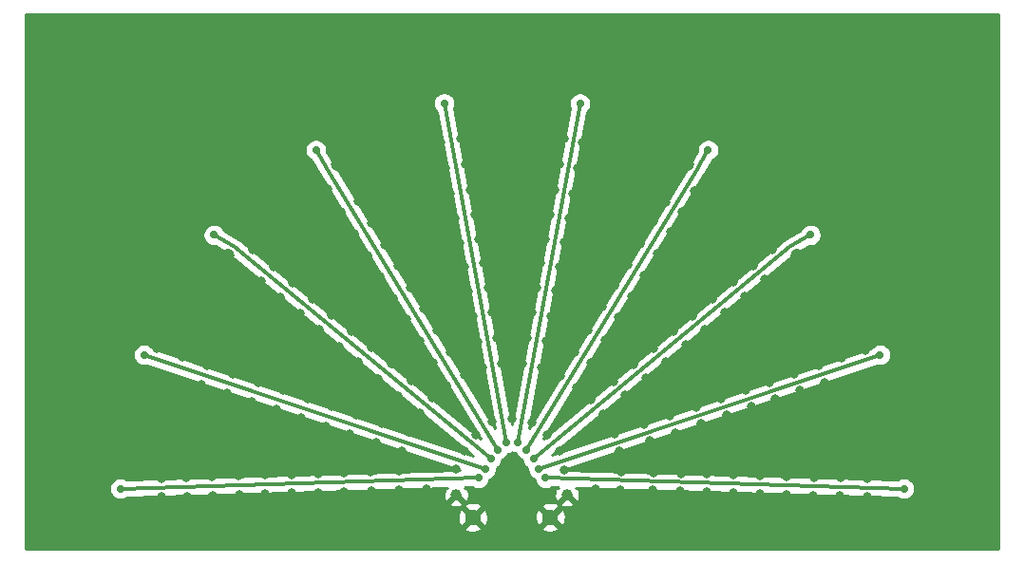
<source format=gbr>
G04 #@! TF.GenerationSoftware,KiCad,Pcbnew,(6.0.0-rc1-dev-305-gf0b8b2136)*
G04 #@! TF.CreationDate,2019-08-12T13:44:36-06:00*
G04 #@! TF.ProjectId,Station05,53746174696F6E30352E6B696361645F,rev?*
G04 #@! TF.SameCoordinates,Original*
G04 #@! TF.FileFunction,Copper,L2,Inr,Signal*
G04 #@! TF.FilePolarity,Positive*
%FSLAX46Y46*%
G04 Gerber Fmt 4.6, Leading zero omitted, Abs format (unit mm)*
G04 Created by KiCad (PCBNEW (6.0.0-rc1-dev-305-gf0b8b2136)) date 08/12/19 13:44:36*
%MOMM*%
%LPD*%
G01*
G04 APERTURE LIST*
G04 #@! TA.AperFunction,ViaPad*
%ADD10C,1.450000*%
G04 #@! TD*
G04 #@! TA.AperFunction,ViaPad*
%ADD11C,1.000000*%
G04 #@! TD*
G04 #@! TA.AperFunction,ViaPad*
%ADD12C,0.800000*%
G04 #@! TD*
G04 #@! TA.AperFunction,ViaPad*
%ADD13C,1.200000*%
G04 #@! TD*
G04 #@! TA.AperFunction,ViaPad*
%ADD14C,0.711200*%
G04 #@! TD*
G04 #@! TA.AperFunction,Conductor*
%ADD15C,0.304800*%
G04 #@! TD*
G04 #@! TA.AperFunction,Conductor*
%ADD16C,0.254000*%
G04 #@! TD*
G04 APERTURE END LIST*
D10*
G04 #@! TO.N,GND*
G04 #@! TO.C,U11*
X136500000Y-102490000D03*
X143420000Y-102490000D03*
D11*
X135025000Y-100490000D03*
X144895000Y-100490000D03*
G04 #@! TD*
D12*
G04 #@! TO.N,GND*
X132371500Y-97873160D03*
X133591500Y-95383160D03*
X135261500Y-93293160D03*
X123571500Y-73253160D03*
X137441500Y-91763160D03*
X147301500Y-97873160D03*
X146461500Y-95363160D03*
X144191500Y-96613160D03*
X135431500Y-68763160D03*
X135844376Y-71023160D03*
X136260906Y-73303160D03*
X136666475Y-75523160D03*
X137061082Y-77683160D03*
X137457516Y-79853160D03*
X137852123Y-82013160D03*
X138257692Y-84233160D03*
X139991500Y-91223160D03*
X138672395Y-86503160D03*
X139098059Y-88833160D03*
X139987751Y-93703160D03*
X143776351Y-73303160D03*
X143365920Y-75513160D03*
X144191639Y-71023160D03*
X144619500Y-68763160D03*
X140892186Y-88833160D03*
X141324904Y-86503160D03*
X141746479Y-84233160D03*
X142158767Y-82013160D03*
X142559913Y-79853160D03*
X142962916Y-77683160D03*
X146291500Y-69053160D03*
X145874287Y-71323160D03*
X145449721Y-73633160D03*
X145045373Y-75833160D03*
X144653890Y-77963160D03*
X144251380Y-80153160D03*
X143859898Y-82283160D03*
X143440847Y-84563160D03*
X143032824Y-86783160D03*
X142595394Y-89163160D03*
X141761500Y-94033160D03*
X144339420Y-89883160D03*
X145606899Y-87783160D03*
X146795915Y-85813160D03*
X148045287Y-83743160D03*
X149155840Y-81903160D03*
X150296571Y-80013160D03*
X151437302Y-78123160D03*
X152632354Y-76143160D03*
X153700658Y-74373160D03*
X142611500Y-91783160D03*
X155171500Y-75223160D03*
X154097144Y-77013160D03*
X152908750Y-78993160D03*
X151750365Y-80923160D03*
X150627992Y-82793160D03*
X149505619Y-84663160D03*
X148281212Y-86703160D03*
X147062807Y-88733160D03*
X145772378Y-90883160D03*
X147041500Y-92048506D03*
X149021500Y-90410498D03*
X150841500Y-88904854D03*
X152651500Y-87407482D03*
X154411500Y-85951473D03*
X156121500Y-84536828D03*
X157871500Y-83033160D03*
X159681500Y-81513160D03*
X161491500Y-80053160D03*
X163201500Y-78643160D03*
X144711500Y-93413160D03*
X143161500Y-95163160D03*
X156281500Y-73433160D03*
D13*
X124375937Y-70991070D03*
X106091874Y-102660000D03*
X100771874Y-102660000D03*
X106091874Y-97340000D03*
X100771874Y-97340000D03*
X102977200Y-90152960D03*
X108297200Y-90152960D03*
X108297200Y-84832960D03*
X102977200Y-84832960D03*
X114647190Y-79154460D03*
X119055937Y-70991070D03*
X124375937Y-65671070D03*
X119055937Y-65671070D03*
X109327190Y-79154460D03*
X114647190Y-73834460D03*
X109327190Y-73834460D03*
X130990010Y-66647430D03*
X136310010Y-66647430D03*
X136310010Y-61327430D03*
X130990010Y-61327430D03*
X143689990Y-66647430D03*
X149009990Y-66647430D03*
X149009990Y-61327430D03*
X143689990Y-61327430D03*
X155624063Y-70991070D03*
X160944063Y-70991070D03*
X160944063Y-65671070D03*
X155624063Y-65671070D03*
X165352810Y-79154460D03*
X170672810Y-79154460D03*
X170672810Y-73834460D03*
X165352810Y-73834460D03*
X171702800Y-90152960D03*
X177022800Y-90152960D03*
X177022800Y-84832960D03*
X171702800Y-84832960D03*
X173908126Y-102660000D03*
X179228126Y-102660000D03*
X173908126Y-97340000D03*
X179228126Y-97340000D03*
D12*
X162551500Y-81293160D03*
X160771500Y-82766914D03*
X158961500Y-84265505D03*
X157191500Y-85730978D03*
X155481500Y-87146774D03*
X153721500Y-88603969D03*
X151941500Y-90077722D03*
X150111500Y-91592874D03*
X148081500Y-93273616D03*
X149111500Y-95104947D03*
X151781500Y-94209291D03*
X154041500Y-93451170D03*
X156381500Y-92666213D03*
X158641500Y-91908091D03*
X160851500Y-91166742D03*
X162971500Y-90455583D03*
X165181500Y-89714234D03*
X167341500Y-88989657D03*
X169411500Y-88295271D03*
X171481500Y-87600885D03*
X167831500Y-90483160D03*
X165651500Y-91206511D03*
X163421500Y-91946452D03*
X161321500Y-92643259D03*
X159111500Y-93393160D03*
X156881500Y-94163160D03*
X154531500Y-94943160D03*
X152261500Y-95683160D03*
X149591500Y-96603160D03*
X144691500Y-98273160D03*
X149691500Y-98442859D03*
X152621500Y-98526724D03*
X155041500Y-98595992D03*
X157391500Y-98663256D03*
X159751500Y-98730807D03*
X162131500Y-98798930D03*
X164461500Y-98865622D03*
X166901500Y-98935463D03*
X169291500Y-99003873D03*
X171681500Y-99072283D03*
X171641500Y-100683160D03*
X169221500Y-100608813D03*
X166861500Y-100536309D03*
X164431500Y-100461654D03*
X162111500Y-100390380D03*
X159711500Y-100316648D03*
X157371500Y-100244759D03*
X155001500Y-100171947D03*
X152561500Y-100096985D03*
X149661500Y-100027277D03*
X147481500Y-99960303D03*
X133681500Y-69103160D03*
X134519466Y-73643160D03*
X134931066Y-75873160D03*
X134096792Y-71353160D03*
X135326055Y-78013160D03*
X135726580Y-80183160D03*
X136128951Y-82363160D03*
X136538706Y-84583160D03*
X136955843Y-86843160D03*
X137384056Y-89163160D03*
X138221500Y-94003160D03*
X135726467Y-89793160D03*
X134506542Y-87793160D03*
X133311015Y-85833160D03*
X132109389Y-83863160D03*
X130968759Y-81993160D03*
X129809829Y-80093160D03*
X128650899Y-78193160D03*
X127485871Y-76283160D03*
X126290345Y-74323160D03*
X124761500Y-75263160D03*
X125959150Y-77233160D03*
X127102084Y-79113160D03*
X128251098Y-81003160D03*
X129418350Y-82923160D03*
X130555205Y-84793160D03*
X131758934Y-86773160D03*
X132950505Y-88733160D03*
X134166392Y-90733160D03*
X136811500Y-95123160D03*
X132861500Y-91852187D03*
X131021500Y-90328493D03*
X129221500Y-88837923D03*
X127421500Y-87347353D03*
X125691500Y-85914750D03*
X123921500Y-84449023D03*
X122201500Y-83024701D03*
X120471500Y-81592098D03*
X118701500Y-80126372D03*
X116861500Y-78602679D03*
X117611500Y-81463160D03*
X119361500Y-82916350D03*
X121081500Y-84344627D03*
X122821500Y-85789512D03*
X124571500Y-87242703D03*
X126281500Y-88662677D03*
X128091500Y-90165691D03*
X129871500Y-91643792D03*
X131751500Y-93204934D03*
X135791500Y-96559727D03*
X130741500Y-94886066D03*
X128381500Y-94103920D03*
X126101500Y-93348286D03*
X123911500Y-92622480D03*
X121771500Y-91913244D03*
X119591500Y-91190752D03*
X115141500Y-89715941D03*
X112831500Y-88950366D03*
X110581500Y-88204675D03*
X108341500Y-87462298D03*
X117381500Y-90458318D03*
X112271500Y-90643160D03*
X114571500Y-91411417D03*
X116781500Y-92149612D03*
X118991500Y-92887807D03*
X121231500Y-93636022D03*
X123401500Y-94360856D03*
X125531500Y-95072330D03*
X127851500Y-95847267D03*
X130191500Y-96628885D03*
X108711500Y-99008860D03*
X135011500Y-98238885D03*
X117971500Y-98737759D03*
X113281500Y-98875066D03*
X115611500Y-98806852D03*
X110951500Y-98943280D03*
X120321500Y-98668960D03*
X122681500Y-98599867D03*
X124991500Y-98532238D03*
X127411500Y-98461389D03*
X129931500Y-98387611D03*
X108771500Y-100693160D03*
X111001500Y-100626891D03*
X113311500Y-100558245D03*
X115661500Y-100488410D03*
X118021500Y-100418278D03*
X120391500Y-100347849D03*
X125021500Y-100210258D03*
X127441500Y-100138343D03*
X129941500Y-100064050D03*
X132391500Y-99991243D03*
X122731500Y-100278310D03*
D14*
G04 #@! TO.N,Net-(U1-Pad1)*
X137000000Y-99000000D03*
X105081500Y-99950857D03*
G04 #@! TO.N,Net-(U11-Pad4)*
X137642600Y-98216720D03*
X107201500Y-88017095D03*
G04 #@! TO.N,Net-(U11-Pad6)*
X138100000Y-97300000D03*
X113421500Y-77327554D03*
G04 #@! TO.N,Net-(U11-Pad8)*
X138700000Y-96500000D03*
X122529321Y-69753160D03*
G04 #@! TO.N,Net-(U11-Pad10)*
X139500000Y-95864680D03*
X133944687Y-65593160D03*
G04 #@! TO.N,Net-(U11-Pad12)*
X140500000Y-95851980D03*
X146053360Y-65603160D03*
G04 #@! TO.N,Net-(U11-Pad14)*
X141300000Y-96500000D03*
X157458830Y-69753160D03*
G04 #@! TO.N,Net-(U11-Pad16)*
X141900000Y-97300000D03*
X166591500Y-77317344D03*
G04 #@! TO.N,Net-(U11-Pad18)*
X142346680Y-98183700D03*
X172801500Y-88014305D03*
G04 #@! TO.N,Net-(U10-Pad1)*
X143000000Y-99000000D03*
X174941500Y-99954737D03*
G04 #@! TD*
D15*
G04 #@! TO.N,Net-(U1-Pad1)*
X105081500Y-99950857D02*
X137000000Y-99000000D01*
G04 #@! TO.N,Net-(U11-Pad4)*
X107201500Y-88017095D02*
X137642600Y-98216720D01*
G04 #@! TO.N,Net-(U11-Pad6)*
X115253196Y-78391464D02*
X138100000Y-97300000D01*
X113421500Y-77327554D02*
X115253196Y-78391464D01*
G04 #@! TO.N,Net-(U11-Pad8)*
X123545263Y-71529398D02*
X138700000Y-96500000D01*
X122529321Y-69753160D02*
X123545263Y-71529398D01*
G04 #@! TO.N,Net-(U11-Pad10)*
X133944687Y-65593160D02*
X139500000Y-95864680D01*
G04 #@! TO.N,Net-(U11-Pad12)*
X146053360Y-65603160D02*
X140500000Y-95851980D01*
G04 #@! TO.N,Net-(U11-Pad14)*
X156391238Y-71592897D02*
X141300000Y-96500000D01*
X157458830Y-69753160D02*
X156391238Y-71592897D01*
G04 #@! TO.N,Net-(U11-Pad16)*
X164681500Y-78423160D02*
X141900000Y-97300000D01*
X166591500Y-77317344D02*
X164681500Y-78423160D01*
G04 #@! TO.N,Net-(U11-Pad18)*
X172801500Y-88014305D02*
X142346680Y-98183700D01*
G04 #@! TO.N,Net-(U10-Pad1)*
X143000000Y-99000000D02*
X174941500Y-99954737D01*
G04 #@! TD*
D16*
G04 #@! TO.N,GND*
G36*
X183340000Y-105343160D02*
X96660000Y-105343160D01*
X96660000Y-103429133D01*
X135740472Y-103429133D01*
X135802965Y-103665450D01*
X136045678Y-103778850D01*
X136305849Y-103842719D01*
X136573482Y-103854604D01*
X136838291Y-103814048D01*
X137090100Y-103722609D01*
X137197035Y-103665450D01*
X137259528Y-103429133D01*
X142660472Y-103429133D01*
X142722965Y-103665450D01*
X142965678Y-103778850D01*
X143225849Y-103842719D01*
X143493482Y-103854604D01*
X143758291Y-103814048D01*
X144010100Y-103722609D01*
X144117035Y-103665450D01*
X144179528Y-103429133D01*
X143420000Y-102669605D01*
X142660472Y-103429133D01*
X137259528Y-103429133D01*
X136500000Y-102669605D01*
X135740472Y-103429133D01*
X96660000Y-103429133D01*
X96660000Y-102563482D01*
X135135396Y-102563482D01*
X135175952Y-102828291D01*
X135267391Y-103080100D01*
X135324550Y-103187035D01*
X135560867Y-103249528D01*
X136320395Y-102490000D01*
X136679605Y-102490000D01*
X137439133Y-103249528D01*
X137675450Y-103187035D01*
X137788850Y-102944322D01*
X137852719Y-102684151D01*
X137858077Y-102563482D01*
X142055396Y-102563482D01*
X142095952Y-102828291D01*
X142187391Y-103080100D01*
X142244550Y-103187035D01*
X142480867Y-103249528D01*
X143240395Y-102490000D01*
X143599605Y-102490000D01*
X144359133Y-103249528D01*
X144595450Y-103187035D01*
X144708850Y-102944322D01*
X144772719Y-102684151D01*
X144784604Y-102416518D01*
X144744048Y-102151709D01*
X144652609Y-101899900D01*
X144595450Y-101792965D01*
X144359133Y-101730472D01*
X143599605Y-102490000D01*
X143240395Y-102490000D01*
X142480867Y-101730472D01*
X142244550Y-101792965D01*
X142131150Y-102035678D01*
X142067281Y-102295849D01*
X142055396Y-102563482D01*
X137858077Y-102563482D01*
X137864604Y-102416518D01*
X137824048Y-102151709D01*
X137732609Y-101899900D01*
X137675450Y-101792965D01*
X137439133Y-101730472D01*
X136679605Y-102490000D01*
X136320395Y-102490000D01*
X135560867Y-101730472D01*
X135324550Y-101792965D01*
X135211150Y-102035678D01*
X135147281Y-102295849D01*
X135135396Y-102563482D01*
X96660000Y-102563482D01*
X96660000Y-101268166D01*
X134426439Y-101268166D01*
X134461550Y-101481588D01*
X134665826Y-101572458D01*
X134883905Y-101621731D01*
X135107406Y-101627511D01*
X135327740Y-101589577D01*
X135428485Y-101550867D01*
X135740472Y-101550867D01*
X136500000Y-102310395D01*
X137259528Y-101550867D01*
X142660472Y-101550867D01*
X143420000Y-102310395D01*
X144179528Y-101550867D01*
X144117035Y-101314550D01*
X144017759Y-101268166D01*
X144296439Y-101268166D01*
X144331550Y-101481588D01*
X144535826Y-101572458D01*
X144753905Y-101621731D01*
X144977406Y-101627511D01*
X145197740Y-101589577D01*
X145406440Y-101509387D01*
X145458450Y-101481588D01*
X145493561Y-101268166D01*
X144895000Y-100669605D01*
X144296439Y-101268166D01*
X144017759Y-101268166D01*
X143874322Y-101201150D01*
X143614151Y-101137281D01*
X143346518Y-101125396D01*
X143081709Y-101165952D01*
X142829900Y-101257391D01*
X142722965Y-101314550D01*
X142660472Y-101550867D01*
X137259528Y-101550867D01*
X137197035Y-101314550D01*
X136954322Y-101201150D01*
X136694151Y-101137281D01*
X136426518Y-101125396D01*
X136161709Y-101165952D01*
X135909900Y-101257391D01*
X135802965Y-101314550D01*
X135740472Y-101550867D01*
X135428485Y-101550867D01*
X135536440Y-101509387D01*
X135588450Y-101481588D01*
X135623561Y-101268166D01*
X135025000Y-100669605D01*
X134426439Y-101268166D01*
X96660000Y-101268166D01*
X96660000Y-99853291D01*
X104090900Y-99853291D01*
X104090900Y-100048423D01*
X104128968Y-100239804D01*
X104203642Y-100420082D01*
X104312051Y-100582328D01*
X104450029Y-100720306D01*
X104612275Y-100828715D01*
X104792553Y-100903389D01*
X104983934Y-100941457D01*
X105179066Y-100941457D01*
X105370447Y-100903389D01*
X105550725Y-100828715D01*
X105712971Y-100720306D01*
X105713498Y-100719779D01*
X134225786Y-99870394D01*
X134246831Y-99891439D01*
X134033412Y-99926550D01*
X133942542Y-100130826D01*
X133893269Y-100348905D01*
X133887489Y-100572406D01*
X133925423Y-100792740D01*
X134005613Y-101001440D01*
X134033412Y-101053450D01*
X134246834Y-101088561D01*
X134845395Y-100490000D01*
X134831253Y-100475858D01*
X135010858Y-100296253D01*
X135025000Y-100310395D01*
X135039143Y-100296253D01*
X135218748Y-100475858D01*
X135204605Y-100490000D01*
X135803166Y-101088561D01*
X136016588Y-101053450D01*
X136107458Y-100849174D01*
X136156731Y-100631095D01*
X136162511Y-100407594D01*
X136124577Y-100187260D01*
X136044387Y-99978560D01*
X136016588Y-99926550D01*
X135803169Y-99891439D01*
X135873293Y-99821315D01*
X136421701Y-99804978D01*
X136530775Y-99877858D01*
X136711053Y-99952532D01*
X136902434Y-99990600D01*
X137097566Y-99990600D01*
X137288947Y-99952532D01*
X137469225Y-99877858D01*
X137631471Y-99769449D01*
X137769449Y-99631471D01*
X137877858Y-99469225D01*
X137952532Y-99288947D01*
X137980363Y-99149032D01*
X138111825Y-99094578D01*
X138274071Y-98986169D01*
X138412049Y-98848191D01*
X138520458Y-98685945D01*
X138595132Y-98505667D01*
X138633200Y-98314286D01*
X138633200Y-98135111D01*
X138731471Y-98069449D01*
X138869449Y-97931471D01*
X138977858Y-97769225D01*
X139052532Y-97588947D01*
X139087812Y-97411580D01*
X139169225Y-97377858D01*
X139331471Y-97269449D01*
X139469449Y-97131471D01*
X139577858Y-96969225D01*
X139627524Y-96849321D01*
X139788947Y-96817212D01*
X139969225Y-96742538D01*
X140009503Y-96715625D01*
X140030775Y-96729838D01*
X140211053Y-96804512D01*
X140366743Y-96835481D01*
X140422142Y-96969225D01*
X140530551Y-97131471D01*
X140668529Y-97269449D01*
X140830775Y-97377858D01*
X140912188Y-97411580D01*
X140947468Y-97588947D01*
X141022142Y-97769225D01*
X141130551Y-97931471D01*
X141268529Y-98069449D01*
X141356080Y-98127949D01*
X141356080Y-98281266D01*
X141394148Y-98472647D01*
X141468822Y-98652925D01*
X141577231Y-98815171D01*
X141715209Y-98953149D01*
X141877455Y-99061558D01*
X142013442Y-99117886D01*
X142047468Y-99288947D01*
X142122142Y-99469225D01*
X142230551Y-99631471D01*
X142368529Y-99769449D01*
X142530775Y-99877858D01*
X142711053Y-99952532D01*
X142902434Y-99990600D01*
X143097566Y-99990600D01*
X143288947Y-99952532D01*
X143469225Y-99877858D01*
X143578213Y-99805034D01*
X144044359Y-99818967D01*
X144116831Y-99891439D01*
X143903412Y-99926550D01*
X143812542Y-100130826D01*
X143763269Y-100348905D01*
X143757489Y-100572406D01*
X143795423Y-100792740D01*
X143875613Y-101001440D01*
X143903412Y-101053450D01*
X144116834Y-101088561D01*
X144715395Y-100490000D01*
X144701253Y-100475858D01*
X144880858Y-100296253D01*
X144895000Y-100310395D01*
X144909143Y-100296253D01*
X145088748Y-100475858D01*
X145074605Y-100490000D01*
X145673166Y-101088561D01*
X145886588Y-101053450D01*
X145977458Y-100849174D01*
X146026731Y-100631095D01*
X146032511Y-100407594D01*
X145994577Y-100187260D01*
X145914387Y-99978560D01*
X145886588Y-99926550D01*
X145673169Y-99891439D01*
X145696265Y-99868343D01*
X174309438Y-100723595D01*
X174310029Y-100724186D01*
X174472275Y-100832595D01*
X174652553Y-100907269D01*
X174843934Y-100945337D01*
X175039066Y-100945337D01*
X175230447Y-100907269D01*
X175410725Y-100832595D01*
X175572971Y-100724186D01*
X175710949Y-100586208D01*
X175819358Y-100423962D01*
X175894032Y-100243684D01*
X175932100Y-100052303D01*
X175932100Y-99857171D01*
X175894032Y-99665790D01*
X175819358Y-99485512D01*
X175710949Y-99323266D01*
X175572971Y-99185288D01*
X175410725Y-99076879D01*
X175230447Y-99002205D01*
X175039066Y-98964137D01*
X174843934Y-98964137D01*
X174652553Y-99002205D01*
X174472275Y-99076879D01*
X174363288Y-99149702D01*
X144603688Y-98260184D01*
X172477921Y-88952492D01*
X172512553Y-88966837D01*
X172703934Y-89004905D01*
X172899066Y-89004905D01*
X173090447Y-88966837D01*
X173270725Y-88892163D01*
X173432971Y-88783754D01*
X173570949Y-88645776D01*
X173679358Y-88483530D01*
X173754032Y-88303252D01*
X173792100Y-88111871D01*
X173792100Y-87916739D01*
X173754032Y-87725358D01*
X173679358Y-87545080D01*
X173570949Y-87382834D01*
X173432971Y-87244856D01*
X173270725Y-87136447D01*
X173090447Y-87061773D01*
X172899066Y-87023705D01*
X172703934Y-87023705D01*
X172512553Y-87061773D01*
X172332275Y-87136447D01*
X172170029Y-87244856D01*
X172032051Y-87382834D01*
X171981938Y-87457833D01*
X143557347Y-96949300D01*
X165133104Y-79071544D01*
X166462737Y-78301739D01*
X166493934Y-78307944D01*
X166689066Y-78307944D01*
X166880447Y-78269876D01*
X167060725Y-78195202D01*
X167222971Y-78086793D01*
X167360949Y-77948815D01*
X167469358Y-77786569D01*
X167544032Y-77606291D01*
X167582100Y-77414910D01*
X167582100Y-77219778D01*
X167544032Y-77028397D01*
X167469358Y-76848119D01*
X167360949Y-76685873D01*
X167222971Y-76547895D01*
X167060725Y-76439486D01*
X166880447Y-76364812D01*
X166689066Y-76326744D01*
X166493934Y-76326744D01*
X166302553Y-76364812D01*
X166122275Y-76439486D01*
X165960029Y-76547895D01*
X165822051Y-76685873D01*
X165713642Y-76848119D01*
X165676794Y-76937078D01*
X164330437Y-77716567D01*
X164305238Y-77727144D01*
X164263477Y-77755334D01*
X164253509Y-77761105D01*
X164231440Y-77776960D01*
X164208891Y-77792181D01*
X164200012Y-77799539D01*
X164159103Y-77828928D01*
X164140451Y-77848891D01*
X142814794Y-95519414D01*
X157048503Y-72027607D01*
X157052865Y-72021549D01*
X157068522Y-71994567D01*
X157084708Y-71967854D01*
X157087936Y-71961113D01*
X157838183Y-70668244D01*
X157928055Y-70631018D01*
X158090301Y-70522609D01*
X158228279Y-70384631D01*
X158336688Y-70222385D01*
X158411362Y-70042107D01*
X158449430Y-69850726D01*
X158449430Y-69655594D01*
X158411362Y-69464213D01*
X158336688Y-69283935D01*
X158228279Y-69121689D01*
X158090301Y-68983711D01*
X157928055Y-68875302D01*
X157747777Y-68800628D01*
X157556396Y-68762560D01*
X157361264Y-68762560D01*
X157169883Y-68800628D01*
X156989605Y-68875302D01*
X156827359Y-68983711D01*
X156689381Y-69121689D01*
X156580972Y-69283935D01*
X156506298Y-69464213D01*
X156468230Y-69655594D01*
X156468230Y-69850726D01*
X156474257Y-69881026D01*
X155713976Y-71191188D01*
X141530346Y-94600346D01*
X146718913Y-66338527D01*
X146822809Y-66234631D01*
X146931218Y-66072385D01*
X147005892Y-65892107D01*
X147043960Y-65700726D01*
X147043960Y-65505594D01*
X147005892Y-65314213D01*
X146931218Y-65133935D01*
X146822809Y-64971689D01*
X146684831Y-64833711D01*
X146522585Y-64725302D01*
X146342307Y-64650628D01*
X146150926Y-64612560D01*
X145955794Y-64612560D01*
X145764413Y-64650628D01*
X145584135Y-64725302D01*
X145421889Y-64833711D01*
X145283911Y-64971689D01*
X145175502Y-65133935D01*
X145100828Y-65314213D01*
X145062760Y-65505594D01*
X145062760Y-65700726D01*
X145100828Y-65892107D01*
X145169372Y-66057586D01*
X139998890Y-94220903D01*
X134828644Y-66047660D01*
X134897219Y-65882107D01*
X134935287Y-65690726D01*
X134935287Y-65495594D01*
X134897219Y-65304213D01*
X134822545Y-65123935D01*
X134714136Y-64961689D01*
X134576158Y-64823711D01*
X134413912Y-64715302D01*
X134233634Y-64640628D01*
X134042253Y-64602560D01*
X133847121Y-64602560D01*
X133655740Y-64640628D01*
X133475462Y-64715302D01*
X133313216Y-64823711D01*
X133175238Y-64961689D01*
X133066829Y-65123935D01*
X132992155Y-65304213D01*
X132954087Y-65495594D01*
X132954087Y-65690726D01*
X132992155Y-65882107D01*
X133066829Y-66062385D01*
X133175238Y-66224631D01*
X133279080Y-66328473D01*
X138467105Y-94598607D01*
X124223711Y-71129633D01*
X123512774Y-69886658D01*
X123519921Y-69850726D01*
X123519921Y-69655594D01*
X123481853Y-69464213D01*
X123407179Y-69283935D01*
X123298770Y-69121689D01*
X123160792Y-68983711D01*
X122998546Y-68875302D01*
X122818268Y-68800628D01*
X122626887Y-68762560D01*
X122431755Y-68762560D01*
X122240374Y-68800628D01*
X122060096Y-68875302D01*
X121897850Y-68983711D01*
X121759872Y-69121689D01*
X121651463Y-69283935D01*
X121576789Y-69464213D01*
X121538721Y-69655594D01*
X121538721Y-69850726D01*
X121576789Y-70042107D01*
X121651463Y-70222385D01*
X121759872Y-70384631D01*
X121897850Y-70522609D01*
X122060096Y-70631018D01*
X122144267Y-70665883D01*
X122847652Y-71895657D01*
X122852068Y-71904862D01*
X122866814Y-71929159D01*
X122880966Y-71953902D01*
X122886896Y-71962249D01*
X137184101Y-95519889D01*
X115794519Y-77817384D01*
X115776425Y-77797964D01*
X115734912Y-77768052D01*
X115725437Y-77760210D01*
X115703563Y-77745463D01*
X115682114Y-77730008D01*
X115671457Y-77723818D01*
X115629051Y-77695229D01*
X115604582Y-77684975D01*
X114336737Y-76948569D01*
X114299358Y-76858329D01*
X114190949Y-76696083D01*
X114052971Y-76558105D01*
X113890725Y-76449696D01*
X113710447Y-76375022D01*
X113519066Y-76336954D01*
X113323934Y-76336954D01*
X113132553Y-76375022D01*
X112952275Y-76449696D01*
X112790029Y-76558105D01*
X112652051Y-76696083D01*
X112543642Y-76858329D01*
X112468968Y-77038607D01*
X112430900Y-77229988D01*
X112430900Y-77425120D01*
X112468968Y-77616501D01*
X112543642Y-77796779D01*
X112652051Y-77959025D01*
X112790029Y-78097003D01*
X112952275Y-78205412D01*
X113132553Y-78280086D01*
X113323934Y-78318154D01*
X113519066Y-78318154D01*
X113549006Y-78312199D01*
X114801369Y-79039613D01*
X136511288Y-97007238D01*
X108021623Y-87461464D01*
X107970949Y-87385624D01*
X107832971Y-87247646D01*
X107670725Y-87139237D01*
X107490447Y-87064563D01*
X107299066Y-87026495D01*
X107103934Y-87026495D01*
X106912553Y-87064563D01*
X106732275Y-87139237D01*
X106570029Y-87247646D01*
X106432051Y-87385624D01*
X106323642Y-87547870D01*
X106248968Y-87728148D01*
X106210900Y-87919529D01*
X106210900Y-88114661D01*
X106248968Y-88306042D01*
X106323642Y-88486320D01*
X106432051Y-88648566D01*
X106570029Y-88786544D01*
X106732275Y-88894953D01*
X106912553Y-88969627D01*
X107103934Y-89007695D01*
X107299066Y-89007695D01*
X107490447Y-88969627D01*
X107524206Y-88955644D01*
X135301824Y-98262840D01*
X105659800Y-99145880D01*
X105550725Y-99072999D01*
X105370447Y-98998325D01*
X105179066Y-98960257D01*
X104983934Y-98960257D01*
X104792553Y-98998325D01*
X104612275Y-99072999D01*
X104450029Y-99181408D01*
X104312051Y-99319386D01*
X104203642Y-99481632D01*
X104128968Y-99661910D01*
X104090900Y-99853291D01*
X96660000Y-99853291D01*
X96660000Y-57663160D01*
X183340001Y-57663160D01*
X183340000Y-105343160D01*
X183340000Y-105343160D01*
G37*
X183340000Y-105343160D02*
X96660000Y-105343160D01*
X96660000Y-103429133D01*
X135740472Y-103429133D01*
X135802965Y-103665450D01*
X136045678Y-103778850D01*
X136305849Y-103842719D01*
X136573482Y-103854604D01*
X136838291Y-103814048D01*
X137090100Y-103722609D01*
X137197035Y-103665450D01*
X137259528Y-103429133D01*
X142660472Y-103429133D01*
X142722965Y-103665450D01*
X142965678Y-103778850D01*
X143225849Y-103842719D01*
X143493482Y-103854604D01*
X143758291Y-103814048D01*
X144010100Y-103722609D01*
X144117035Y-103665450D01*
X144179528Y-103429133D01*
X143420000Y-102669605D01*
X142660472Y-103429133D01*
X137259528Y-103429133D01*
X136500000Y-102669605D01*
X135740472Y-103429133D01*
X96660000Y-103429133D01*
X96660000Y-102563482D01*
X135135396Y-102563482D01*
X135175952Y-102828291D01*
X135267391Y-103080100D01*
X135324550Y-103187035D01*
X135560867Y-103249528D01*
X136320395Y-102490000D01*
X136679605Y-102490000D01*
X137439133Y-103249528D01*
X137675450Y-103187035D01*
X137788850Y-102944322D01*
X137852719Y-102684151D01*
X137858077Y-102563482D01*
X142055396Y-102563482D01*
X142095952Y-102828291D01*
X142187391Y-103080100D01*
X142244550Y-103187035D01*
X142480867Y-103249528D01*
X143240395Y-102490000D01*
X143599605Y-102490000D01*
X144359133Y-103249528D01*
X144595450Y-103187035D01*
X144708850Y-102944322D01*
X144772719Y-102684151D01*
X144784604Y-102416518D01*
X144744048Y-102151709D01*
X144652609Y-101899900D01*
X144595450Y-101792965D01*
X144359133Y-101730472D01*
X143599605Y-102490000D01*
X143240395Y-102490000D01*
X142480867Y-101730472D01*
X142244550Y-101792965D01*
X142131150Y-102035678D01*
X142067281Y-102295849D01*
X142055396Y-102563482D01*
X137858077Y-102563482D01*
X137864604Y-102416518D01*
X137824048Y-102151709D01*
X137732609Y-101899900D01*
X137675450Y-101792965D01*
X137439133Y-101730472D01*
X136679605Y-102490000D01*
X136320395Y-102490000D01*
X135560867Y-101730472D01*
X135324550Y-101792965D01*
X135211150Y-102035678D01*
X135147281Y-102295849D01*
X135135396Y-102563482D01*
X96660000Y-102563482D01*
X96660000Y-101268166D01*
X134426439Y-101268166D01*
X134461550Y-101481588D01*
X134665826Y-101572458D01*
X134883905Y-101621731D01*
X135107406Y-101627511D01*
X135327740Y-101589577D01*
X135428485Y-101550867D01*
X135740472Y-101550867D01*
X136500000Y-102310395D01*
X137259528Y-101550867D01*
X142660472Y-101550867D01*
X143420000Y-102310395D01*
X144179528Y-101550867D01*
X144117035Y-101314550D01*
X144017759Y-101268166D01*
X144296439Y-101268166D01*
X144331550Y-101481588D01*
X144535826Y-101572458D01*
X144753905Y-101621731D01*
X144977406Y-101627511D01*
X145197740Y-101589577D01*
X145406440Y-101509387D01*
X145458450Y-101481588D01*
X145493561Y-101268166D01*
X144895000Y-100669605D01*
X144296439Y-101268166D01*
X144017759Y-101268166D01*
X143874322Y-101201150D01*
X143614151Y-101137281D01*
X143346518Y-101125396D01*
X143081709Y-101165952D01*
X142829900Y-101257391D01*
X142722965Y-101314550D01*
X142660472Y-101550867D01*
X137259528Y-101550867D01*
X137197035Y-101314550D01*
X136954322Y-101201150D01*
X136694151Y-101137281D01*
X136426518Y-101125396D01*
X136161709Y-101165952D01*
X135909900Y-101257391D01*
X135802965Y-101314550D01*
X135740472Y-101550867D01*
X135428485Y-101550867D01*
X135536440Y-101509387D01*
X135588450Y-101481588D01*
X135623561Y-101268166D01*
X135025000Y-100669605D01*
X134426439Y-101268166D01*
X96660000Y-101268166D01*
X96660000Y-99853291D01*
X104090900Y-99853291D01*
X104090900Y-100048423D01*
X104128968Y-100239804D01*
X104203642Y-100420082D01*
X104312051Y-100582328D01*
X104450029Y-100720306D01*
X104612275Y-100828715D01*
X104792553Y-100903389D01*
X104983934Y-100941457D01*
X105179066Y-100941457D01*
X105370447Y-100903389D01*
X105550725Y-100828715D01*
X105712971Y-100720306D01*
X105713498Y-100719779D01*
X134225786Y-99870394D01*
X134246831Y-99891439D01*
X134033412Y-99926550D01*
X133942542Y-100130826D01*
X133893269Y-100348905D01*
X133887489Y-100572406D01*
X133925423Y-100792740D01*
X134005613Y-101001440D01*
X134033412Y-101053450D01*
X134246834Y-101088561D01*
X134845395Y-100490000D01*
X134831253Y-100475858D01*
X135010858Y-100296253D01*
X135025000Y-100310395D01*
X135039143Y-100296253D01*
X135218748Y-100475858D01*
X135204605Y-100490000D01*
X135803166Y-101088561D01*
X136016588Y-101053450D01*
X136107458Y-100849174D01*
X136156731Y-100631095D01*
X136162511Y-100407594D01*
X136124577Y-100187260D01*
X136044387Y-99978560D01*
X136016588Y-99926550D01*
X135803169Y-99891439D01*
X135873293Y-99821315D01*
X136421701Y-99804978D01*
X136530775Y-99877858D01*
X136711053Y-99952532D01*
X136902434Y-99990600D01*
X137097566Y-99990600D01*
X137288947Y-99952532D01*
X137469225Y-99877858D01*
X137631471Y-99769449D01*
X137769449Y-99631471D01*
X137877858Y-99469225D01*
X137952532Y-99288947D01*
X137980363Y-99149032D01*
X138111825Y-99094578D01*
X138274071Y-98986169D01*
X138412049Y-98848191D01*
X138520458Y-98685945D01*
X138595132Y-98505667D01*
X138633200Y-98314286D01*
X138633200Y-98135111D01*
X138731471Y-98069449D01*
X138869449Y-97931471D01*
X138977858Y-97769225D01*
X139052532Y-97588947D01*
X139087812Y-97411580D01*
X139169225Y-97377858D01*
X139331471Y-97269449D01*
X139469449Y-97131471D01*
X139577858Y-96969225D01*
X139627524Y-96849321D01*
X139788947Y-96817212D01*
X139969225Y-96742538D01*
X140009503Y-96715625D01*
X140030775Y-96729838D01*
X140211053Y-96804512D01*
X140366743Y-96835481D01*
X140422142Y-96969225D01*
X140530551Y-97131471D01*
X140668529Y-97269449D01*
X140830775Y-97377858D01*
X140912188Y-97411580D01*
X140947468Y-97588947D01*
X141022142Y-97769225D01*
X141130551Y-97931471D01*
X141268529Y-98069449D01*
X141356080Y-98127949D01*
X141356080Y-98281266D01*
X141394148Y-98472647D01*
X141468822Y-98652925D01*
X141577231Y-98815171D01*
X141715209Y-98953149D01*
X141877455Y-99061558D01*
X142013442Y-99117886D01*
X142047468Y-99288947D01*
X142122142Y-99469225D01*
X142230551Y-99631471D01*
X142368529Y-99769449D01*
X142530775Y-99877858D01*
X142711053Y-99952532D01*
X142902434Y-99990600D01*
X143097566Y-99990600D01*
X143288947Y-99952532D01*
X143469225Y-99877858D01*
X143578213Y-99805034D01*
X144044359Y-99818967D01*
X144116831Y-99891439D01*
X143903412Y-99926550D01*
X143812542Y-100130826D01*
X143763269Y-100348905D01*
X143757489Y-100572406D01*
X143795423Y-100792740D01*
X143875613Y-101001440D01*
X143903412Y-101053450D01*
X144116834Y-101088561D01*
X144715395Y-100490000D01*
X144701253Y-100475858D01*
X144880858Y-100296253D01*
X144895000Y-100310395D01*
X144909143Y-100296253D01*
X145088748Y-100475858D01*
X145074605Y-100490000D01*
X145673166Y-101088561D01*
X145886588Y-101053450D01*
X145977458Y-100849174D01*
X146026731Y-100631095D01*
X146032511Y-100407594D01*
X145994577Y-100187260D01*
X145914387Y-99978560D01*
X145886588Y-99926550D01*
X145673169Y-99891439D01*
X145696265Y-99868343D01*
X174309438Y-100723595D01*
X174310029Y-100724186D01*
X174472275Y-100832595D01*
X174652553Y-100907269D01*
X174843934Y-100945337D01*
X175039066Y-100945337D01*
X175230447Y-100907269D01*
X175410725Y-100832595D01*
X175572971Y-100724186D01*
X175710949Y-100586208D01*
X175819358Y-100423962D01*
X175894032Y-100243684D01*
X175932100Y-100052303D01*
X175932100Y-99857171D01*
X175894032Y-99665790D01*
X175819358Y-99485512D01*
X175710949Y-99323266D01*
X175572971Y-99185288D01*
X175410725Y-99076879D01*
X175230447Y-99002205D01*
X175039066Y-98964137D01*
X174843934Y-98964137D01*
X174652553Y-99002205D01*
X174472275Y-99076879D01*
X174363288Y-99149702D01*
X144603688Y-98260184D01*
X172477921Y-88952492D01*
X172512553Y-88966837D01*
X172703934Y-89004905D01*
X172899066Y-89004905D01*
X173090447Y-88966837D01*
X173270725Y-88892163D01*
X173432971Y-88783754D01*
X173570949Y-88645776D01*
X173679358Y-88483530D01*
X173754032Y-88303252D01*
X173792100Y-88111871D01*
X173792100Y-87916739D01*
X173754032Y-87725358D01*
X173679358Y-87545080D01*
X173570949Y-87382834D01*
X173432971Y-87244856D01*
X173270725Y-87136447D01*
X173090447Y-87061773D01*
X172899066Y-87023705D01*
X172703934Y-87023705D01*
X172512553Y-87061773D01*
X172332275Y-87136447D01*
X172170029Y-87244856D01*
X172032051Y-87382834D01*
X171981938Y-87457833D01*
X143557347Y-96949300D01*
X165133104Y-79071544D01*
X166462737Y-78301739D01*
X166493934Y-78307944D01*
X166689066Y-78307944D01*
X166880447Y-78269876D01*
X167060725Y-78195202D01*
X167222971Y-78086793D01*
X167360949Y-77948815D01*
X167469358Y-77786569D01*
X167544032Y-77606291D01*
X167582100Y-77414910D01*
X167582100Y-77219778D01*
X167544032Y-77028397D01*
X167469358Y-76848119D01*
X167360949Y-76685873D01*
X167222971Y-76547895D01*
X167060725Y-76439486D01*
X166880447Y-76364812D01*
X166689066Y-76326744D01*
X166493934Y-76326744D01*
X166302553Y-76364812D01*
X166122275Y-76439486D01*
X165960029Y-76547895D01*
X165822051Y-76685873D01*
X165713642Y-76848119D01*
X165676794Y-76937078D01*
X164330437Y-77716567D01*
X164305238Y-77727144D01*
X164263477Y-77755334D01*
X164253509Y-77761105D01*
X164231440Y-77776960D01*
X164208891Y-77792181D01*
X164200012Y-77799539D01*
X164159103Y-77828928D01*
X164140451Y-77848891D01*
X142814794Y-95519414D01*
X157048503Y-72027607D01*
X157052865Y-72021549D01*
X157068522Y-71994567D01*
X157084708Y-71967854D01*
X157087936Y-71961113D01*
X157838183Y-70668244D01*
X157928055Y-70631018D01*
X158090301Y-70522609D01*
X158228279Y-70384631D01*
X158336688Y-70222385D01*
X158411362Y-70042107D01*
X158449430Y-69850726D01*
X158449430Y-69655594D01*
X158411362Y-69464213D01*
X158336688Y-69283935D01*
X158228279Y-69121689D01*
X158090301Y-68983711D01*
X157928055Y-68875302D01*
X157747777Y-68800628D01*
X157556396Y-68762560D01*
X157361264Y-68762560D01*
X157169883Y-68800628D01*
X156989605Y-68875302D01*
X156827359Y-68983711D01*
X156689381Y-69121689D01*
X156580972Y-69283935D01*
X156506298Y-69464213D01*
X156468230Y-69655594D01*
X156468230Y-69850726D01*
X156474257Y-69881026D01*
X155713976Y-71191188D01*
X141530346Y-94600346D01*
X146718913Y-66338527D01*
X146822809Y-66234631D01*
X146931218Y-66072385D01*
X147005892Y-65892107D01*
X147043960Y-65700726D01*
X147043960Y-65505594D01*
X147005892Y-65314213D01*
X146931218Y-65133935D01*
X146822809Y-64971689D01*
X146684831Y-64833711D01*
X146522585Y-64725302D01*
X146342307Y-64650628D01*
X146150926Y-64612560D01*
X145955794Y-64612560D01*
X145764413Y-64650628D01*
X145584135Y-64725302D01*
X145421889Y-64833711D01*
X145283911Y-64971689D01*
X145175502Y-65133935D01*
X145100828Y-65314213D01*
X145062760Y-65505594D01*
X145062760Y-65700726D01*
X145100828Y-65892107D01*
X145169372Y-66057586D01*
X139998890Y-94220903D01*
X134828644Y-66047660D01*
X134897219Y-65882107D01*
X134935287Y-65690726D01*
X134935287Y-65495594D01*
X134897219Y-65304213D01*
X134822545Y-65123935D01*
X134714136Y-64961689D01*
X134576158Y-64823711D01*
X134413912Y-64715302D01*
X134233634Y-64640628D01*
X134042253Y-64602560D01*
X133847121Y-64602560D01*
X133655740Y-64640628D01*
X133475462Y-64715302D01*
X133313216Y-64823711D01*
X133175238Y-64961689D01*
X133066829Y-65123935D01*
X132992155Y-65304213D01*
X132954087Y-65495594D01*
X132954087Y-65690726D01*
X132992155Y-65882107D01*
X133066829Y-66062385D01*
X133175238Y-66224631D01*
X133279080Y-66328473D01*
X138467105Y-94598607D01*
X124223711Y-71129633D01*
X123512774Y-69886658D01*
X123519921Y-69850726D01*
X123519921Y-69655594D01*
X123481853Y-69464213D01*
X123407179Y-69283935D01*
X123298770Y-69121689D01*
X123160792Y-68983711D01*
X122998546Y-68875302D01*
X122818268Y-68800628D01*
X122626887Y-68762560D01*
X122431755Y-68762560D01*
X122240374Y-68800628D01*
X122060096Y-68875302D01*
X121897850Y-68983711D01*
X121759872Y-69121689D01*
X121651463Y-69283935D01*
X121576789Y-69464213D01*
X121538721Y-69655594D01*
X121538721Y-69850726D01*
X121576789Y-70042107D01*
X121651463Y-70222385D01*
X121759872Y-70384631D01*
X121897850Y-70522609D01*
X122060096Y-70631018D01*
X122144267Y-70665883D01*
X122847652Y-71895657D01*
X122852068Y-71904862D01*
X122866814Y-71929159D01*
X122880966Y-71953902D01*
X122886896Y-71962249D01*
X137184101Y-95519889D01*
X115794519Y-77817384D01*
X115776425Y-77797964D01*
X115734912Y-77768052D01*
X115725437Y-77760210D01*
X115703563Y-77745463D01*
X115682114Y-77730008D01*
X115671457Y-77723818D01*
X115629051Y-77695229D01*
X115604582Y-77684975D01*
X114336737Y-76948569D01*
X114299358Y-76858329D01*
X114190949Y-76696083D01*
X114052971Y-76558105D01*
X113890725Y-76449696D01*
X113710447Y-76375022D01*
X113519066Y-76336954D01*
X113323934Y-76336954D01*
X113132553Y-76375022D01*
X112952275Y-76449696D01*
X112790029Y-76558105D01*
X112652051Y-76696083D01*
X112543642Y-76858329D01*
X112468968Y-77038607D01*
X112430900Y-77229988D01*
X112430900Y-77425120D01*
X112468968Y-77616501D01*
X112543642Y-77796779D01*
X112652051Y-77959025D01*
X112790029Y-78097003D01*
X112952275Y-78205412D01*
X113132553Y-78280086D01*
X113323934Y-78318154D01*
X113519066Y-78318154D01*
X113549006Y-78312199D01*
X114801369Y-79039613D01*
X136511288Y-97007238D01*
X108021623Y-87461464D01*
X107970949Y-87385624D01*
X107832971Y-87247646D01*
X107670725Y-87139237D01*
X107490447Y-87064563D01*
X107299066Y-87026495D01*
X107103934Y-87026495D01*
X106912553Y-87064563D01*
X106732275Y-87139237D01*
X106570029Y-87247646D01*
X106432051Y-87385624D01*
X106323642Y-87547870D01*
X106248968Y-87728148D01*
X106210900Y-87919529D01*
X106210900Y-88114661D01*
X106248968Y-88306042D01*
X106323642Y-88486320D01*
X106432051Y-88648566D01*
X106570029Y-88786544D01*
X106732275Y-88894953D01*
X106912553Y-88969627D01*
X107103934Y-89007695D01*
X107299066Y-89007695D01*
X107490447Y-88969627D01*
X107524206Y-88955644D01*
X135301824Y-98262840D01*
X105659800Y-99145880D01*
X105550725Y-99072999D01*
X105370447Y-98998325D01*
X105179066Y-98960257D01*
X104983934Y-98960257D01*
X104792553Y-98998325D01*
X104612275Y-99072999D01*
X104450029Y-99181408D01*
X104312051Y-99319386D01*
X104203642Y-99481632D01*
X104128968Y-99661910D01*
X104090900Y-99853291D01*
X96660000Y-99853291D01*
X96660000Y-57663160D01*
X183340001Y-57663160D01*
X183340000Y-105343160D01*
G04 #@! TD*
M02*

</source>
